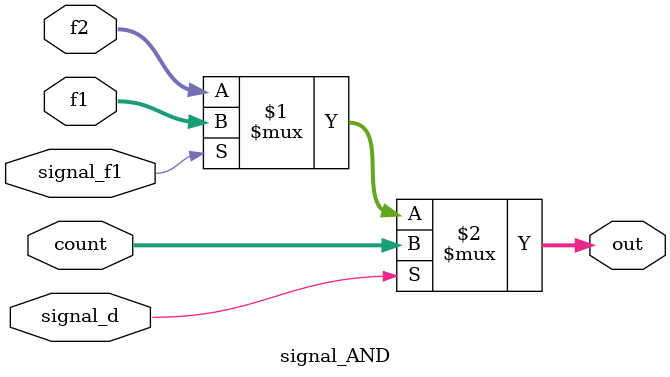
<source format=v>
module signal_AND ( 
	signal_f1,
	signal_d,
	count,
	f1,
	f2,
	out);
	
	input  signal_d;
	input  signal_f1;
	input  [15:0] count;
	input  [15:0] f1;
	input  [15:0] f2;
	output [15:0] out;
	
	// set the data dependant on the current signal
	assign out = (signal_d)?(count):((signal_f1)?(f1):(f2));
	
endmodule 
</source>
